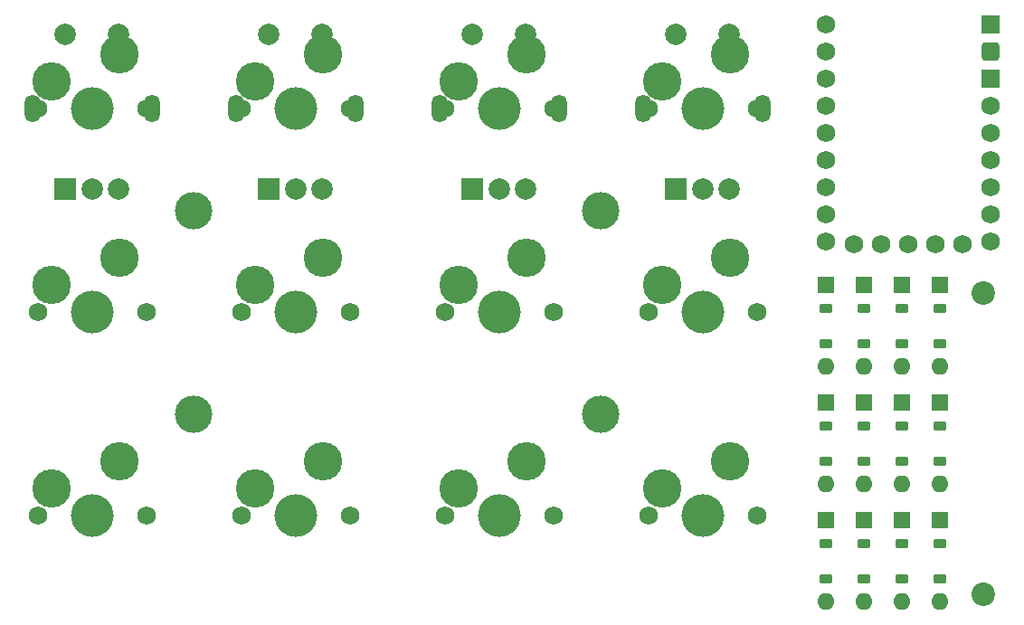
<source format=gbr>
%TF.GenerationSoftware,KiCad,Pcbnew,7.0.5*%
%TF.CreationDate,2023-11-04T19:54:29+08:00*%
%TF.ProjectId,Three2One,54687265-6532-44f6-9e65-2e6b69636164,rev?*%
%TF.SameCoordinates,Original*%
%TF.FileFunction,Soldermask,Top*%
%TF.FilePolarity,Negative*%
%FSLAX46Y46*%
G04 Gerber Fmt 4.6, Leading zero omitted, Abs format (unit mm)*
G04 Created by KiCad (PCBNEW 7.0.5) date 2023-11-04 19:54:29*
%MOMM*%
%LPD*%
G01*
G04 APERTURE LIST*
G04 Aperture macros list*
%AMRoundRect*
0 Rectangle with rounded corners*
0 $1 Rounding radius*
0 $2 $3 $4 $5 $6 $7 $8 $9 X,Y pos of 4 corners*
0 Add a 4 corners polygon primitive as box body*
4,1,4,$2,$3,$4,$5,$6,$7,$8,$9,$2,$3,0*
0 Add four circle primitives for the rounded corners*
1,1,$1+$1,$2,$3*
1,1,$1+$1,$4,$5*
1,1,$1+$1,$6,$7*
1,1,$1+$1,$8,$9*
0 Add four rect primitives between the rounded corners*
20,1,$1+$1,$2,$3,$4,$5,0*
20,1,$1+$1,$4,$5,$6,$7,0*
20,1,$1+$1,$6,$7,$8,$9,0*
20,1,$1+$1,$8,$9,$2,$3,0*%
G04 Aperture macros list end*
%ADD10R,1.600000X1.600000*%
%ADD11RoundRect,0.225000X-0.375000X0.225000X-0.375000X-0.225000X0.375000X-0.225000X0.375000X0.225000X0*%
%ADD12O,1.600000X1.600000*%
%ADD13C,2.200000*%
%ADD14O,1.500000X2.600000*%
%ADD15C,1.750000*%
%ADD16C,4.000000*%
%ADD17R,2.000000X2.000000*%
%ADD18C,2.000000*%
%ADD19C,3.600000*%
%ADD20C,3.500000*%
%ADD21R,1.752600X1.752600*%
%ADD22RoundRect,0.438150X0.438150X0.438150X-0.438150X0.438150X-0.438150X-0.438150X0.438150X-0.438150X0*%
%ADD23C,1.752600*%
G04 APERTURE END LIST*
D10*
%TO.C,D5*%
X148335000Y-62765000D03*
D11*
X148335000Y-64915000D03*
X148335000Y-68215000D03*
D12*
X148335000Y-70365000D03*
%TD*%
D10*
%TO.C,D10*%
X151885000Y-73765000D03*
D11*
X151885000Y-75915000D03*
X151885000Y-79215000D03*
D12*
X151885000Y-81365000D03*
%TD*%
D13*
%TO.C,H6*%
X163005000Y-80675000D03*
%TD*%
D10*
%TO.C,D11*%
X155435000Y-73765000D03*
D11*
X155435000Y-75915000D03*
X155435000Y-79215000D03*
D12*
X155435000Y-81365000D03*
%TD*%
D14*
%TO.C,RE3*%
X112140000Y-35250000D03*
D15*
X112660000Y-35250000D03*
D16*
X117740000Y-35250000D03*
D15*
X122820000Y-35250000D03*
D14*
X123340000Y-35250000D03*
D17*
X115240000Y-42750000D03*
D18*
X120240000Y-42750000D03*
X117740000Y-42750000D03*
X120240000Y-28250000D03*
D19*
X120280000Y-30170000D03*
X113930000Y-32710000D03*
D18*
X115240000Y-28250000D03*
%TD*%
D14*
%TO.C,RE4*%
X131190000Y-35250000D03*
D15*
X131710000Y-35250000D03*
D16*
X136790000Y-35250000D03*
D15*
X141870000Y-35250000D03*
D14*
X142390000Y-35250000D03*
D17*
X134290000Y-42750000D03*
D18*
X139290000Y-42750000D03*
X136790000Y-42750000D03*
X139290000Y-28250000D03*
D19*
X139330000Y-30170000D03*
X132980000Y-32710000D03*
D18*
X134290000Y-28250000D03*
%TD*%
D13*
%TO.C,H5*%
X163005000Y-52475000D03*
%TD*%
D10*
%TO.C,D8*%
X158985000Y-62765000D03*
D11*
X158985000Y-64915000D03*
X158985000Y-68215000D03*
D12*
X158985000Y-70365000D03*
%TD*%
D15*
%TO.C,SW9*%
X74560000Y-73350000D03*
D16*
X79640000Y-73350000D03*
D15*
X84720000Y-73350000D03*
D19*
X75830000Y-70810000D03*
X82180000Y-68270000D03*
%TD*%
D20*
%TO.C,H2*%
X127265000Y-44775000D03*
%TD*%
D15*
%TO.C,SW6*%
X93610000Y-54300000D03*
D16*
X98690000Y-54300000D03*
D15*
X103770000Y-54300000D03*
D19*
X94880000Y-51760000D03*
X101230000Y-49220000D03*
%TD*%
D15*
%TO.C,SW8*%
X131710000Y-54300000D03*
D16*
X136790000Y-54300000D03*
D15*
X141870000Y-54300000D03*
D19*
X132980000Y-51760000D03*
X139330000Y-49220000D03*
%TD*%
D20*
%TO.C,H4*%
X127265000Y-63825000D03*
%TD*%
D10*
%TO.C,D6*%
X151885000Y-62765000D03*
D11*
X151885000Y-64915000D03*
X151885000Y-68215000D03*
D12*
X151885000Y-70365000D03*
%TD*%
D14*
%TO.C,RE1*%
X74040000Y-35250000D03*
D15*
X74560000Y-35250000D03*
D16*
X79640000Y-35250000D03*
D15*
X84720000Y-35250000D03*
D14*
X85240000Y-35250000D03*
D17*
X77140000Y-42750000D03*
D18*
X82140000Y-42750000D03*
X79640000Y-42750000D03*
X82140000Y-28250000D03*
D19*
X82180000Y-30170000D03*
X75830000Y-32710000D03*
D18*
X77140000Y-28250000D03*
%TD*%
D10*
%TO.C,D9*%
X148335000Y-73765000D03*
D11*
X148335000Y-75915000D03*
X148335000Y-79215000D03*
D12*
X148335000Y-81365000D03*
%TD*%
D10*
%TO.C,D2*%
X151885000Y-51765000D03*
D11*
X151885000Y-53915000D03*
X151885000Y-57215000D03*
D12*
X151885000Y-59365000D03*
%TD*%
D10*
%TO.C,D3*%
X155435000Y-51765000D03*
D11*
X155435000Y-53915000D03*
X155435000Y-57215000D03*
D12*
X155435000Y-59365000D03*
%TD*%
D10*
%TO.C,D7*%
X155435000Y-62765000D03*
D11*
X155435000Y-64915000D03*
X155435000Y-68215000D03*
D12*
X155435000Y-70365000D03*
%TD*%
D15*
%TO.C,SW12*%
X131710000Y-73350000D03*
D16*
X136790000Y-73350000D03*
D15*
X141870000Y-73350000D03*
D19*
X132980000Y-70810000D03*
X139330000Y-68270000D03*
%TD*%
D15*
%TO.C,SW10*%
X93610000Y-73350000D03*
D16*
X98690000Y-73350000D03*
D15*
X103770000Y-73350000D03*
D19*
X94880000Y-70810000D03*
X101230000Y-68270000D03*
%TD*%
D14*
%TO.C,RE2*%
X93090000Y-35250000D03*
D15*
X93610000Y-35250000D03*
D16*
X98690000Y-35250000D03*
D15*
X103770000Y-35250000D03*
D14*
X104290000Y-35250000D03*
D17*
X96190000Y-42750000D03*
D18*
X101190000Y-42750000D03*
X98690000Y-42750000D03*
X101190000Y-28250000D03*
D19*
X101230000Y-30170000D03*
X94880000Y-32710000D03*
D18*
X96190000Y-28250000D03*
%TD*%
D15*
%TO.C,SW7*%
X112660000Y-54300000D03*
D16*
X117740000Y-54300000D03*
D15*
X122820000Y-54300000D03*
D19*
X113930000Y-51760000D03*
X120280000Y-49220000D03*
%TD*%
D15*
%TO.C,SW11*%
X112660000Y-73350000D03*
D16*
X117740000Y-73350000D03*
D15*
X122820000Y-73350000D03*
D19*
X113930000Y-70810000D03*
X120280000Y-68270000D03*
%TD*%
D15*
%TO.C,SW5*%
X74560000Y-54300000D03*
D16*
X79640000Y-54300000D03*
D15*
X84720000Y-54300000D03*
D19*
X75830000Y-51760000D03*
X82180000Y-49220000D03*
%TD*%
D20*
%TO.C,H1*%
X89165000Y-44775000D03*
%TD*%
%TO.C,H3*%
X89165000Y-63825000D03*
%TD*%
D10*
%TO.C,D1*%
X148335000Y-51765000D03*
D11*
X148335000Y-53915000D03*
X148335000Y-57215000D03*
D12*
X148335000Y-59365000D03*
%TD*%
D10*
%TO.C,D12*%
X158985000Y-73765000D03*
D11*
X158985000Y-75915000D03*
X158985000Y-79215000D03*
D12*
X158985000Y-81365000D03*
%TD*%
D10*
%TO.C,D4*%
X158985000Y-51765000D03*
D11*
X158985000Y-53915000D03*
X158985000Y-57215000D03*
D12*
X158985000Y-59365000D03*
%TD*%
D21*
%TO.C,U1*%
X163685000Y-27315000D03*
D22*
X163685000Y-29855000D03*
D21*
X163685000Y-32395000D03*
D23*
X163685000Y-34935000D03*
X163685000Y-37475000D03*
X163685000Y-40015000D03*
X163685000Y-42555000D03*
X163685000Y-45095000D03*
X163685000Y-47635000D03*
X148335000Y-27315000D03*
X148335000Y-29855000D03*
X148335000Y-32395000D03*
X148335000Y-34935000D03*
X148335000Y-37475000D03*
X148335000Y-40015000D03*
X148335000Y-42555000D03*
X148335000Y-45095000D03*
X148335000Y-47635000D03*
X150930000Y-47955000D03*
X153470000Y-47955000D03*
X156010000Y-47955000D03*
X158550000Y-47955000D03*
X161090000Y-47955000D03*
%TD*%
M02*

</source>
